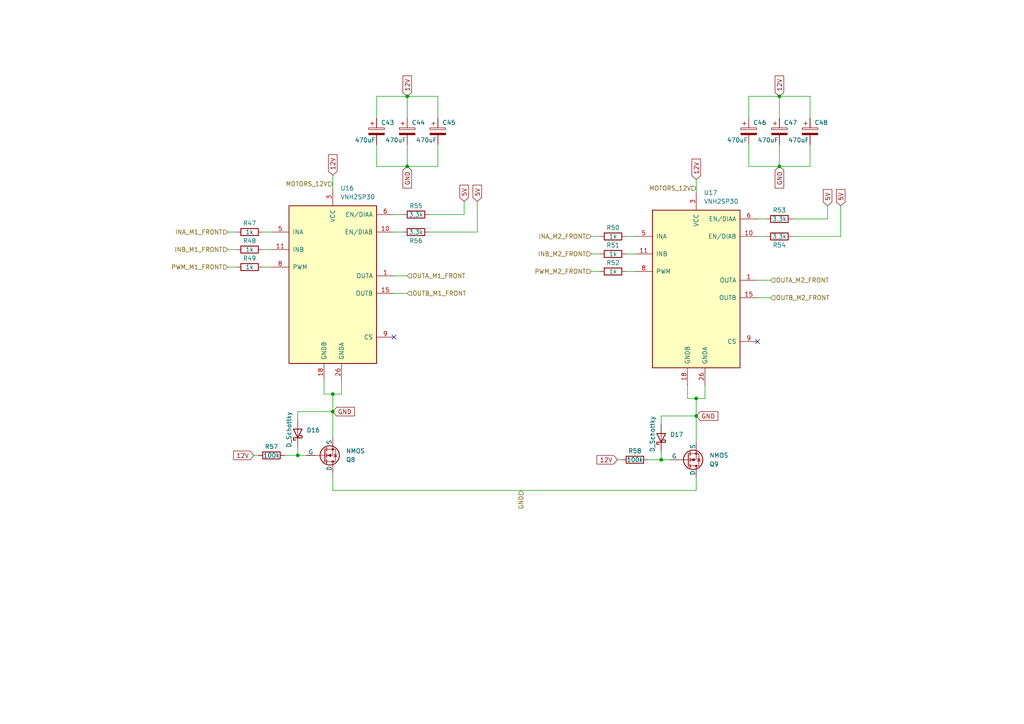
<source format=kicad_sch>
(kicad_sch (version 20230121) (generator eeschema)

  (uuid bda020f8-dcd3-42ed-9a75-dac9b63a3b83)

  (paper "A4")

  (title_block
    (rev "1")
  )

  (lib_symbols
    (symbol "Device:C_Polarized" (pin_numbers hide) (pin_names (offset 0.254)) (in_bom yes) (on_board yes)
      (property "Reference" "C" (at 0.635 2.54 0)
        (effects (font (size 1.27 1.27)) (justify left))
      )
      (property "Value" "C_Polarized" (at 0.635 -2.54 0)
        (effects (font (size 1.27 1.27)) (justify left))
      )
      (property "Footprint" "" (at 0.9652 -3.81 0)
        (effects (font (size 1.27 1.27)) hide)
      )
      (property "Datasheet" "~" (at 0 0 0)
        (effects (font (size 1.27 1.27)) hide)
      )
      (property "ki_keywords" "cap capacitor" (at 0 0 0)
        (effects (font (size 1.27 1.27)) hide)
      )
      (property "ki_description" "Polarized capacitor" (at 0 0 0)
        (effects (font (size 1.27 1.27)) hide)
      )
      (property "ki_fp_filters" "CP_*" (at 0 0 0)
        (effects (font (size 1.27 1.27)) hide)
      )
      (symbol "C_Polarized_0_1"
        (rectangle (start -2.286 0.508) (end 2.286 1.016)
          (stroke (width 0) (type default))
          (fill (type none))
        )
        (polyline
          (pts
            (xy -1.778 2.286)
            (xy -0.762 2.286)
          )
          (stroke (width 0) (type default))
          (fill (type none))
        )
        (polyline
          (pts
            (xy -1.27 2.794)
            (xy -1.27 1.778)
          )
          (stroke (width 0) (type default))
          (fill (type none))
        )
        (rectangle (start 2.286 -0.508) (end -2.286 -1.016)
          (stroke (width 0) (type default))
          (fill (type outline))
        )
      )
      (symbol "C_Polarized_1_1"
        (pin passive line (at 0 3.81 270) (length 2.794)
          (name "~" (effects (font (size 1.27 1.27))))
          (number "1" (effects (font (size 1.27 1.27))))
        )
        (pin passive line (at 0 -3.81 90) (length 2.794)
          (name "~" (effects (font (size 1.27 1.27))))
          (number "2" (effects (font (size 1.27 1.27))))
        )
      )
    )
    (symbol "Device:D_Schottky" (pin_numbers hide) (pin_names (offset 1.016) hide) (in_bom yes) (on_board yes)
      (property "Reference" "D" (at 0 2.54 0)
        (effects (font (size 1.27 1.27)))
      )
      (property "Value" "D_Schottky" (at 0 -2.54 0)
        (effects (font (size 1.27 1.27)))
      )
      (property "Footprint" "" (at 0 0 0)
        (effects (font (size 1.27 1.27)) hide)
      )
      (property "Datasheet" "~" (at 0 0 0)
        (effects (font (size 1.27 1.27)) hide)
      )
      (property "ki_keywords" "diode Schottky" (at 0 0 0)
        (effects (font (size 1.27 1.27)) hide)
      )
      (property "ki_description" "Schottky diode" (at 0 0 0)
        (effects (font (size 1.27 1.27)) hide)
      )
      (property "ki_fp_filters" "TO-???* *_Diode_* *SingleDiode* D_*" (at 0 0 0)
        (effects (font (size 1.27 1.27)) hide)
      )
      (symbol "D_Schottky_0_1"
        (polyline
          (pts
            (xy 1.27 0)
            (xy -1.27 0)
          )
          (stroke (width 0) (type default))
          (fill (type none))
        )
        (polyline
          (pts
            (xy 1.27 1.27)
            (xy 1.27 -1.27)
            (xy -1.27 0)
            (xy 1.27 1.27)
          )
          (stroke (width 0.254) (type default))
          (fill (type none))
        )
        (polyline
          (pts
            (xy -1.905 0.635)
            (xy -1.905 1.27)
            (xy -1.27 1.27)
            (xy -1.27 -1.27)
            (xy -0.635 -1.27)
            (xy -0.635 -0.635)
          )
          (stroke (width 0.254) (type default))
          (fill (type none))
        )
      )
      (symbol "D_Schottky_1_1"
        (pin passive line (at -3.81 0 0) (length 2.54)
          (name "K" (effects (font (size 1.27 1.27))))
          (number "1" (effects (font (size 1.27 1.27))))
        )
        (pin passive line (at 3.81 0 180) (length 2.54)
          (name "A" (effects (font (size 1.27 1.27))))
          (number "2" (effects (font (size 1.27 1.27))))
        )
      )
    )
    (symbol "Device:R" (pin_numbers hide) (pin_names (offset 0)) (in_bom yes) (on_board yes)
      (property "Reference" "R" (at 2.032 0 90)
        (effects (font (size 1.27 1.27)))
      )
      (property "Value" "R" (at 0 0 90)
        (effects (font (size 1.27 1.27)))
      )
      (property "Footprint" "" (at -1.778 0 90)
        (effects (font (size 1.27 1.27)) hide)
      )
      (property "Datasheet" "~" (at 0 0 0)
        (effects (font (size 1.27 1.27)) hide)
      )
      (property "ki_keywords" "R res resistor" (at 0 0 0)
        (effects (font (size 1.27 1.27)) hide)
      )
      (property "ki_description" "Resistor" (at 0 0 0)
        (effects (font (size 1.27 1.27)) hide)
      )
      (property "ki_fp_filters" "R_*" (at 0 0 0)
        (effects (font (size 1.27 1.27)) hide)
      )
      (symbol "R_0_1"
        (rectangle (start -1.016 -2.54) (end 1.016 2.54)
          (stroke (width 0.254) (type default))
          (fill (type none))
        )
      )
      (symbol "R_1_1"
        (pin passive line (at 0 3.81 270) (length 1.27)
          (name "~" (effects (font (size 1.27 1.27))))
          (number "1" (effects (font (size 1.27 1.27))))
        )
        (pin passive line (at 0 -3.81 90) (length 1.27)
          (name "~" (effects (font (size 1.27 1.27))))
          (number "2" (effects (font (size 1.27 1.27))))
        )
      )
    )
    (symbol "Driver_Motor:VNH2SP30" (pin_names (offset 1.016)) (in_bom yes) (on_board yes)
      (property "Reference" "U" (at -12.7 25.4 0)
        (effects (font (size 1.27 1.27)))
      )
      (property "Value" "VNH2SP30" (at 13.97 25.4 0)
        (effects (font (size 1.27 1.27)))
      )
      (property "Footprint" "Package_SO:ST_MultiPowerSO-30" (at 0 23.495 0)
        (effects (font (size 1.27 1.27)) hide)
      )
      (property "Datasheet" "http://www.st.com/content/ccc/resource/technical/document/datasheet/group2/66/b8/f5/2c/9a/66/41/c7/CD00043711/files/CD00043711.pdf/jcr:content/translations/en.CD00043711.pdf" (at -12.7 25.4 0)
        (effects (font (size 1.27 1.27)) hide)
      )
      (property "ki_keywords" "full-bridge h-bridge" (at 0 0 0)
        (effects (font (size 1.27 1.27)) hide)
      )
      (property "ki_description" "Full Bridge Motor Driver, 41V, 30A, -40 to 150C" (at 0 0 0)
        (effects (font (size 1.27 1.27)) hide)
      )
      (property "ki_fp_filters" "ST*MultiPowerSO*" (at 0 0 0)
        (effects (font (size 1.27 1.27)) hide)
      )
      (symbol "VNH2SP30_1_1"
        (rectangle (start -12.7 22.86) (end 12.7 -22.86)
          (stroke (width 0.254) (type default))
          (fill (type background))
        )
        (pin output line (at 17.78 2.54 180) (length 5.08)
          (name "OUTA" (effects (font (size 1.27 1.27))))
          (number "1" (effects (font (size 1.27 1.27))))
        )
        (pin output line (at 17.78 15.24 180) (length 5.08)
          (name "EN/DIAB" (effects (font (size 1.27 1.27))))
          (number "10" (effects (font (size 1.27 1.27))))
        )
        (pin input line (at -17.78 10.16 0) (length 5.08)
          (name "INB" (effects (font (size 1.27 1.27))))
          (number "11" (effects (font (size 1.27 1.27))))
        )
        (pin no_connect line (at -12.7 -7.62 0) (length 5.08) hide
          (name "NC" (effects (font (size 1.27 1.27))))
          (number "12" (effects (font (size 1.27 1.27))))
        )
        (pin passive line (at 0 27.94 270) (length 5.08) hide
          (name "VCC" (effects (font (size 1.27 1.27))))
          (number "13" (effects (font (size 1.27 1.27))))
        )
        (pin no_connect line (at -12.7 -10.16 0) (length 5.08) hide
          (name "NC" (effects (font (size 1.27 1.27))))
          (number "14" (effects (font (size 1.27 1.27))))
        )
        (pin output line (at 17.78 -2.54 180) (length 5.08)
          (name "OUTB" (effects (font (size 1.27 1.27))))
          (number "15" (effects (font (size 1.27 1.27))))
        )
        (pin passive line (at 17.78 -2.54 180) (length 5.08) hide
          (name "OUTB" (effects (font (size 1.27 1.27))))
          (number "16" (effects (font (size 1.27 1.27))))
        )
        (pin no_connect line (at -12.7 -20.32 0) (length 5.08) hide
          (name "NC" (effects (font (size 1.27 1.27))))
          (number "17" (effects (font (size 1.27 1.27))))
        )
        (pin power_in line (at -2.54 -27.94 90) (length 5.08)
          (name "GNDB" (effects (font (size 1.27 1.27))))
          (number "18" (effects (font (size 1.27 1.27))))
        )
        (pin passive line (at -2.54 -27.94 90) (length 5.08) hide
          (name "GNDB" (effects (font (size 1.27 1.27))))
          (number "19" (effects (font (size 1.27 1.27))))
        )
        (pin no_connect line (at -12.7 0 0) (length 5.08) hide
          (name "NC" (effects (font (size 1.27 1.27))))
          (number "2" (effects (font (size 1.27 1.27))))
        )
        (pin passive line (at -2.54 -27.94 90) (length 5.08) hide
          (name "GNDB" (effects (font (size 1.27 1.27))))
          (number "20" (effects (font (size 1.27 1.27))))
        )
        (pin passive line (at 17.78 -2.54 180) (length 5.08) hide
          (name "OUTB" (effects (font (size 1.27 1.27))))
          (number "21" (effects (font (size 1.27 1.27))))
        )
        (pin no_connect line (at -12.7 -17.78 0) (length 5.08) hide
          (name "NC" (effects (font (size 1.27 1.27))))
          (number "22" (effects (font (size 1.27 1.27))))
        )
        (pin passive line (at 0 27.94 270) (length 5.08) hide
          (name "VCC" (effects (font (size 1.27 1.27))))
          (number "23" (effects (font (size 1.27 1.27))))
        )
        (pin no_connect line (at -12.7 -15.24 0) (length 5.08) hide
          (name "NC" (effects (font (size 1.27 1.27))))
          (number "24" (effects (font (size 1.27 1.27))))
        )
        (pin passive line (at 17.78 2.54 180) (length 5.08) hide
          (name "OUTA" (effects (font (size 1.27 1.27))))
          (number "25" (effects (font (size 1.27 1.27))))
        )
        (pin power_in line (at 2.54 -27.94 90) (length 5.08)
          (name "GNDA" (effects (font (size 1.27 1.27))))
          (number "26" (effects (font (size 1.27 1.27))))
        )
        (pin passive line (at 2.54 -27.94 90) (length 5.08) hide
          (name "GNDA" (effects (font (size 1.27 1.27))))
          (number "27" (effects (font (size 1.27 1.27))))
        )
        (pin passive line (at 2.54 -27.94 90) (length 5.08) hide
          (name "GNDA" (effects (font (size 1.27 1.27))))
          (number "28" (effects (font (size 1.27 1.27))))
        )
        (pin no_connect line (at -12.7 -12.7 0) (length 5.08) hide
          (name "NC" (effects (font (size 1.27 1.27))))
          (number "29" (effects (font (size 1.27 1.27))))
        )
        (pin power_in line (at 0 27.94 270) (length 5.08)
          (name "VCC" (effects (font (size 1.27 1.27))))
          (number "3" (effects (font (size 1.27 1.27))))
        )
        (pin passive line (at 17.78 2.54 180) (length 5.08) hide
          (name "OUTA" (effects (font (size 1.27 1.27))))
          (number "30" (effects (font (size 1.27 1.27))))
        )
        (pin passive line (at 0 27.94 270) (length 5.08) hide
          (name "VCC" (effects (font (size 1.27 1.27))))
          (number "31" (effects (font (size 1.27 1.27))))
        )
        (pin passive line (at 17.78 -2.54 180) (length 5.08) hide
          (name "OUTB" (effects (font (size 1.27 1.27))))
          (number "32" (effects (font (size 1.27 1.27))))
        )
        (pin passive line (at 17.78 2.54 180) (length 5.08) hide
          (name "OUTA" (effects (font (size 1.27 1.27))))
          (number "33" (effects (font (size 1.27 1.27))))
        )
        (pin no_connect line (at -12.7 -2.54 0) (length 5.08) hide
          (name "NC" (effects (font (size 1.27 1.27))))
          (number "4" (effects (font (size 1.27 1.27))))
        )
        (pin input line (at -17.78 15.24 0) (length 5.08)
          (name "INA" (effects (font (size 1.27 1.27))))
          (number "5" (effects (font (size 1.27 1.27))))
        )
        (pin output line (at 17.78 20.32 180) (length 5.08)
          (name "EN/DIAA" (effects (font (size 1.27 1.27))))
          (number "6" (effects (font (size 1.27 1.27))))
        )
        (pin no_connect line (at -12.7 -5.08 0) (length 5.08) hide
          (name "NC" (effects (font (size 1.27 1.27))))
          (number "7" (effects (font (size 1.27 1.27))))
        )
        (pin input line (at -17.78 5.08 0) (length 5.08)
          (name "PWM" (effects (font (size 1.27 1.27))))
          (number "8" (effects (font (size 1.27 1.27))))
        )
        (pin output line (at 17.78 -15.24 180) (length 5.08)
          (name "CS" (effects (font (size 1.27 1.27))))
          (number "9" (effects (font (size 1.27 1.27))))
        )
      )
    )
    (symbol "Simulation_SPICE:NMOS" (pin_numbers hide) (pin_names (offset 0)) (in_bom yes) (on_board yes)
      (property "Reference" "Q" (at 5.08 1.27 0)
        (effects (font (size 1.27 1.27)) (justify left))
      )
      (property "Value" "NMOS" (at 5.08 -1.27 0)
        (effects (font (size 1.27 1.27)) (justify left))
      )
      (property "Footprint" "" (at 5.08 2.54 0)
        (effects (font (size 1.27 1.27)) hide)
      )
      (property "Datasheet" "https://ngspice.sourceforge.io/docs/ngspice-manual.pdf" (at 0 -12.7 0)
        (effects (font (size 1.27 1.27)) hide)
      )
      (property "Sim.Device" "NMOS" (at 0 -17.145 0)
        (effects (font (size 1.27 1.27)) hide)
      )
      (property "Sim.Type" "VDMOS" (at 0 -19.05 0)
        (effects (font (size 1.27 1.27)) hide)
      )
      (property "Sim.Pins" "1=D 2=G 3=S" (at 0 -15.24 0)
        (effects (font (size 1.27 1.27)) hide)
      )
      (property "ki_keywords" "transistor NMOS N-MOS N-MOSFET simulation" (at 0 0 0)
        (effects (font (size 1.27 1.27)) hide)
      )
      (property "ki_description" "N-MOSFET transistor, drain/source/gate" (at 0 0 0)
        (effects (font (size 1.27 1.27)) hide)
      )
      (symbol "NMOS_0_1"
        (polyline
          (pts
            (xy 0.254 0)
            (xy -2.54 0)
          )
          (stroke (width 0) (type default))
          (fill (type none))
        )
        (polyline
          (pts
            (xy 0.254 1.905)
            (xy 0.254 -1.905)
          )
          (stroke (width 0.254) (type default))
          (fill (type none))
        )
        (polyline
          (pts
            (xy 0.762 -1.27)
            (xy 0.762 -2.286)
          )
          (stroke (width 0.254) (type default))
          (fill (type none))
        )
        (polyline
          (pts
            (xy 0.762 0.508)
            (xy 0.762 -0.508)
          )
          (stroke (width 0.254) (type default))
          (fill (type none))
        )
        (polyline
          (pts
            (xy 0.762 2.286)
            (xy 0.762 1.27)
          )
          (stroke (width 0.254) (type default))
          (fill (type none))
        )
        (polyline
          (pts
            (xy 2.54 2.54)
            (xy 2.54 1.778)
          )
          (stroke (width 0) (type default))
          (fill (type none))
        )
        (polyline
          (pts
            (xy 2.54 -2.54)
            (xy 2.54 0)
            (xy 0.762 0)
          )
          (stroke (width 0) (type default))
          (fill (type none))
        )
        (polyline
          (pts
            (xy 0.762 -1.778)
            (xy 3.302 -1.778)
            (xy 3.302 1.778)
            (xy 0.762 1.778)
          )
          (stroke (width 0) (type default))
          (fill (type none))
        )
        (polyline
          (pts
            (xy 1.016 0)
            (xy 2.032 0.381)
            (xy 2.032 -0.381)
            (xy 1.016 0)
          )
          (stroke (width 0) (type default))
          (fill (type outline))
        )
        (polyline
          (pts
            (xy 2.794 0.508)
            (xy 2.921 0.381)
            (xy 3.683 0.381)
            (xy 3.81 0.254)
          )
          (stroke (width 0) (type default))
          (fill (type none))
        )
        (polyline
          (pts
            (xy 3.302 0.381)
            (xy 2.921 -0.254)
            (xy 3.683 -0.254)
            (xy 3.302 0.381)
          )
          (stroke (width 0) (type default))
          (fill (type none))
        )
        (circle (center 1.651 0) (radius 2.794)
          (stroke (width 0.254) (type default))
          (fill (type none))
        )
        (circle (center 2.54 -1.778) (radius 0.254)
          (stroke (width 0) (type default))
          (fill (type outline))
        )
        (circle (center 2.54 1.778) (radius 0.254)
          (stroke (width 0) (type default))
          (fill (type outline))
        )
      )
      (symbol "NMOS_1_1"
        (pin passive line (at 2.54 5.08 270) (length 2.54)
          (name "D" (effects (font (size 1.27 1.27))))
          (number "1" (effects (font (size 1.27 1.27))))
        )
        (pin input line (at -5.08 0 0) (length 2.54)
          (name "G" (effects (font (size 1.27 1.27))))
          (number "2" (effects (font (size 1.27 1.27))))
        )
        (pin passive line (at 2.54 -5.08 90) (length 2.54)
          (name "S" (effects (font (size 1.27 1.27))))
          (number "3" (effects (font (size 1.27 1.27))))
        )
      )
    )
  )

  (junction (at 118.11 27.94) (diameter 0) (color 0 0 0 0)
    (uuid 096e971c-870c-4a80-817c-7640be989f7b)
  )
  (junction (at 226.06 27.94) (diameter 0) (color 0 0 0 0)
    (uuid 12f3b86b-5b57-4cd7-8eb7-eeb735ad8d39)
  )
  (junction (at 226.06 48.26) (diameter 0) (color 0 0 0 0)
    (uuid 574d4760-ac58-4edb-9ab8-430156a16b6f)
  )
  (junction (at 118.11 48.26) (diameter 0) (color 0 0 0 0)
    (uuid a613d361-d138-4ca2-bffd-b76f047aa368)
  )
  (junction (at 96.52 114.3) (diameter 0) (color 0 0 0 0)
    (uuid b05d2009-4da9-4888-a369-6aae9b043002)
  )
  (junction (at 191.77 133.35) (diameter 0) (color 0 0 0 0)
    (uuid b48c534b-41b3-4c12-9238-18aacb3b35ae)
  )
  (junction (at 201.93 120.65) (diameter 0) (color 0 0 0 0)
    (uuid c73f4874-6ebc-46f8-b159-c1acb442a255)
  )
  (junction (at 86.36 132.08) (diameter 0) (color 0 0 0 0)
    (uuid d650e655-3fe6-48d2-b280-99d8e8a46d47)
  )
  (junction (at 96.52 119.38) (diameter 0) (color 0 0 0 0)
    (uuid d7b6273e-6edd-4bc7-826d-b914dc4d651b)
  )
  (junction (at 201.93 115.57) (diameter 0) (color 0 0 0 0)
    (uuid eca5db3f-afc7-4cee-8ff1-53d898c5b201)
  )

  (no_connect (at 114.3 97.79) (uuid 03564047-ab2b-4579-8aa0-ba3758923d6b))
  (no_connect (at 219.71 99.06) (uuid ef56b6eb-8963-4fa2-bfa2-0b0dc6b30961))

  (wire (pts (xy 124.46 67.31) (xy 138.43 67.31))
    (stroke (width 0) (type default))
    (uuid 069e94dc-e23f-4d49-bfaf-242229118914)
  )
  (wire (pts (xy 124.46 62.23) (xy 134.62 62.23))
    (stroke (width 0) (type default))
    (uuid 07905489-911d-4f9a-a9c1-7066bca8db2f)
  )
  (wire (pts (xy 109.22 34.29) (xy 109.22 27.94))
    (stroke (width 0) (type default))
    (uuid 0ec595c4-4a28-46ce-9dc1-29958fbdd29a)
  )
  (wire (pts (xy 127 48.26) (xy 127 41.91))
    (stroke (width 0) (type default))
    (uuid 138e4586-771e-440e-833b-26556d5fadcd)
  )
  (wire (pts (xy 181.61 73.66) (xy 184.15 73.66))
    (stroke (width 0) (type default))
    (uuid 18b5ada4-539e-46ab-bf32-b5095380660c)
  )
  (wire (pts (xy 118.11 41.91) (xy 118.11 48.26))
    (stroke (width 0) (type default))
    (uuid 1a985f22-bec5-4cb4-ba87-e30b3bbb37ee)
  )
  (wire (pts (xy 219.71 81.28) (xy 223.52 81.28))
    (stroke (width 0) (type default))
    (uuid 1dcd1b46-e10b-41ab-a347-3b174e82b761)
  )
  (wire (pts (xy 199.39 111.76) (xy 199.39 115.57))
    (stroke (width 0) (type default))
    (uuid 1e5fb412-f786-46af-86ea-5d27e7b70f49)
  )
  (wire (pts (xy 86.36 129.54) (xy 86.36 132.08))
    (stroke (width 0) (type default))
    (uuid 1ed1897e-504f-41a6-9880-12f596630440)
  )
  (wire (pts (xy 234.95 27.94) (xy 234.95 34.29))
    (stroke (width 0) (type default))
    (uuid 2437bf0a-5c09-48d5-993b-e301819edfc1)
  )
  (wire (pts (xy 96.52 119.38) (xy 86.36 119.38))
    (stroke (width 0) (type default))
    (uuid 28dbd935-d81f-4570-b426-e49b9122a009)
  )
  (wire (pts (xy 82.55 132.08) (xy 86.36 132.08))
    (stroke (width 0) (type default))
    (uuid 2e0e43ed-625e-4a2f-a896-04dddf874210)
  )
  (wire (pts (xy 96.52 114.3) (xy 99.06 114.3))
    (stroke (width 0) (type default))
    (uuid 34868dd7-1db0-41b8-bd88-c274c7c1a44c)
  )
  (wire (pts (xy 229.87 68.58) (xy 243.84 68.58))
    (stroke (width 0) (type default))
    (uuid 38977933-f2b4-4d60-bc5c-2c02316715c6)
  )
  (wire (pts (xy 229.87 63.5) (xy 240.03 63.5))
    (stroke (width 0) (type default))
    (uuid 3a640983-9f4c-45b6-b7df-c5e3b68f2923)
  )
  (wire (pts (xy 201.93 142.24) (xy 201.93 138.43))
    (stroke (width 0) (type default))
    (uuid 3af32219-5387-417d-a860-163bbd937f2f)
  )
  (wire (pts (xy 191.77 130.81) (xy 191.77 133.35))
    (stroke (width 0) (type default))
    (uuid 3e455671-4cf1-48f6-bc3d-711253a01bb5)
  )
  (wire (pts (xy 138.43 58.42) (xy 138.43 67.31))
    (stroke (width 0) (type default))
    (uuid 3f2d8c52-dbb5-4b4a-a519-6f1c28af9034)
  )
  (wire (pts (xy 217.17 48.26) (xy 226.06 48.26))
    (stroke (width 0) (type default))
    (uuid 3f6102d5-cb41-48b0-aa10-0ae2fc44f5db)
  )
  (wire (pts (xy 240.03 59.69) (xy 240.03 63.5))
    (stroke (width 0) (type default))
    (uuid 41ee58d6-0252-4b72-adc5-ef1e732cf2ac)
  )
  (wire (pts (xy 66.04 67.31) (xy 68.58 67.31))
    (stroke (width 0) (type default))
    (uuid 44624a14-56ff-4c91-9269-7ec181528157)
  )
  (wire (pts (xy 86.36 132.08) (xy 88.9 132.08))
    (stroke (width 0) (type default))
    (uuid 45378a6d-20a4-4c87-85c3-4f7541b1b28b)
  )
  (wire (pts (xy 76.2 72.39) (xy 78.74 72.39))
    (stroke (width 0) (type default))
    (uuid 4a020d99-7678-4eb9-a242-0b9620076de4)
  )
  (wire (pts (xy 234.95 48.26) (xy 234.95 41.91))
    (stroke (width 0) (type default))
    (uuid 4d0a8024-a3b9-4aba-a481-b7381c2e82a2)
  )
  (wire (pts (xy 66.04 72.39) (xy 68.58 72.39))
    (stroke (width 0) (type default))
    (uuid 4e26ab40-f622-44c8-b3b4-579c0db81fc8)
  )
  (wire (pts (xy 96.52 127) (xy 96.52 119.38))
    (stroke (width 0) (type default))
    (uuid 54d5f502-082a-4bae-a8d6-e5a0d6565754)
  )
  (wire (pts (xy 201.93 115.57) (xy 201.93 120.65))
    (stroke (width 0) (type default))
    (uuid 596833da-7e3a-4e14-9bd5-824d1f715e48)
  )
  (wire (pts (xy 96.52 50.8) (xy 96.52 54.61))
    (stroke (width 0) (type default))
    (uuid 5b83a643-b0a7-4eac-a9b2-de574bbbd3e4)
  )
  (wire (pts (xy 219.71 86.36) (xy 223.52 86.36))
    (stroke (width 0) (type default))
    (uuid 6320559e-a1e1-416a-aac4-b8f86424a2a7)
  )
  (wire (pts (xy 76.2 67.31) (xy 78.74 67.31))
    (stroke (width 0) (type default))
    (uuid 6336fd56-bfab-4e58-9de2-b29c66972393)
  )
  (wire (pts (xy 181.61 78.74) (xy 184.15 78.74))
    (stroke (width 0) (type default))
    (uuid 64da0e82-c905-48a9-a72a-1fbcb7ec636b)
  )
  (wire (pts (xy 219.71 68.58) (xy 222.25 68.58))
    (stroke (width 0) (type default))
    (uuid 68296b0f-59f7-42d3-8632-617cfc4f12b9)
  )
  (wire (pts (xy 114.3 62.23) (xy 116.84 62.23))
    (stroke (width 0) (type default))
    (uuid 68d96086-6564-495f-ba8b-cf7f0605b528)
  )
  (wire (pts (xy 191.77 120.65) (xy 191.77 123.19))
    (stroke (width 0) (type default))
    (uuid 69110f32-52fd-42b1-87fe-9a48eecbbbc5)
  )
  (wire (pts (xy 127 27.94) (xy 127 34.29))
    (stroke (width 0) (type default))
    (uuid 692ac25a-5eda-4efc-80d1-5bb6025e9007)
  )
  (wire (pts (xy 66.04 77.47) (xy 68.58 77.47))
    (stroke (width 0) (type default))
    (uuid 6b8e30b5-31c9-43bf-867f-472f49794973)
  )
  (wire (pts (xy 99.06 114.3) (xy 99.06 110.49))
    (stroke (width 0) (type default))
    (uuid 6c763d0d-2a22-4431-8058-a209a2d867a6)
  )
  (wire (pts (xy 134.62 58.42) (xy 134.62 62.23))
    (stroke (width 0) (type default))
    (uuid 6c7741c2-c878-4534-94ba-b5b196706524)
  )
  (wire (pts (xy 181.61 68.58) (xy 184.15 68.58))
    (stroke (width 0) (type default))
    (uuid 6d629778-bf60-4e53-bc19-37aab170ca1d)
  )
  (wire (pts (xy 86.36 119.38) (xy 86.36 121.92))
    (stroke (width 0) (type default))
    (uuid 6f49b9c8-2175-47fa-8c64-eeec00fc287b)
  )
  (wire (pts (xy 93.98 110.49) (xy 93.98 114.3))
    (stroke (width 0) (type default))
    (uuid 71b5d730-686c-42db-9833-eaa8501e4e2b)
  )
  (wire (pts (xy 109.22 48.26) (xy 118.11 48.26))
    (stroke (width 0) (type default))
    (uuid 7602d3b7-6938-49f4-ae86-cad45f60f0e5)
  )
  (wire (pts (xy 217.17 41.91) (xy 217.17 48.26))
    (stroke (width 0) (type default))
    (uuid 77a28515-734d-45ec-9143-162c15777fe8)
  )
  (wire (pts (xy 114.3 80.01) (xy 118.11 80.01))
    (stroke (width 0) (type default))
    (uuid 78a68a71-d989-4bbf-a7d9-b6af54b60e88)
  )
  (wire (pts (xy 204.47 115.57) (xy 204.47 111.76))
    (stroke (width 0) (type default))
    (uuid 78fd7912-22d8-46b2-8071-b0203f4800ae)
  )
  (wire (pts (xy 226.06 48.26) (xy 234.95 48.26))
    (stroke (width 0) (type default))
    (uuid 7a812ddd-951f-4312-89da-8c9bba536df7)
  )
  (wire (pts (xy 219.71 63.5) (xy 222.25 63.5))
    (stroke (width 0) (type default))
    (uuid 83a311e7-0fac-476c-92f4-d5d6d5697971)
  )
  (wire (pts (xy 226.06 27.94) (xy 234.95 27.94))
    (stroke (width 0) (type default))
    (uuid 8b090f39-391a-4a35-8d46-340eda9162b3)
  )
  (wire (pts (xy 201.93 120.65) (xy 191.77 120.65))
    (stroke (width 0) (type default))
    (uuid 955b837f-b2f4-46b6-a07a-de687af4b54c)
  )
  (wire (pts (xy 191.77 133.35) (xy 194.31 133.35))
    (stroke (width 0) (type default))
    (uuid 9b7dce8a-b03e-4bd9-b28e-bc77ed13a360)
  )
  (wire (pts (xy 217.17 34.29) (xy 217.17 27.94))
    (stroke (width 0) (type default))
    (uuid a065da58-6f2e-4c2a-8ba0-7dfdcc66e67b)
  )
  (wire (pts (xy 114.3 67.31) (xy 116.84 67.31))
    (stroke (width 0) (type default))
    (uuid a44eb1ad-6316-44f1-a693-3734dd4e9c39)
  )
  (wire (pts (xy 171.45 78.74) (xy 173.99 78.74))
    (stroke (width 0) (type default))
    (uuid a4d32b0c-fae4-419f-b77e-405f5680792b)
  )
  (wire (pts (xy 73.66 132.08) (xy 74.93 132.08))
    (stroke (width 0) (type default))
    (uuid a70071a2-c910-4ba9-a690-a065a5d6159c)
  )
  (wire (pts (xy 171.45 73.66) (xy 173.99 73.66))
    (stroke (width 0) (type default))
    (uuid a965046f-0342-4731-b3ca-4210dd6affb4)
  )
  (wire (pts (xy 109.22 27.94) (xy 118.11 27.94))
    (stroke (width 0) (type default))
    (uuid aaf3363c-b662-4d38-8013-24f340aaf047)
  )
  (wire (pts (xy 201.93 128.27) (xy 201.93 120.65))
    (stroke (width 0) (type default))
    (uuid acae78c1-007b-4206-a77c-75e2bd1ad140)
  )
  (wire (pts (xy 217.17 27.94) (xy 226.06 27.94))
    (stroke (width 0) (type default))
    (uuid ada9e2cf-bc29-482b-8e4a-ad83e0f85de6)
  )
  (wire (pts (xy 201.93 115.57) (xy 204.47 115.57))
    (stroke (width 0) (type default))
    (uuid b1678f8e-cc4c-4e85-852c-2bf25fbc469d)
  )
  (wire (pts (xy 114.3 85.09) (xy 118.11 85.09))
    (stroke (width 0) (type default))
    (uuid b3675b64-07f1-48c8-8cd0-b0a17e3c49e9)
  )
  (wire (pts (xy 96.52 137.16) (xy 96.52 142.24))
    (stroke (width 0) (type default))
    (uuid ba4073a1-afdb-4114-bcd6-cf625bc780f4)
  )
  (wire (pts (xy 179.07 133.35) (xy 180.34 133.35))
    (stroke (width 0) (type default))
    (uuid ba831936-43f6-4b45-82a4-fc84b9df1d14)
  )
  (wire (pts (xy 187.96 133.35) (xy 191.77 133.35))
    (stroke (width 0) (type default))
    (uuid c1898a62-589b-4be3-94fa-839d1b1e7139)
  )
  (wire (pts (xy 96.52 142.24) (xy 201.93 142.24))
    (stroke (width 0) (type default))
    (uuid c9563125-7e89-43e2-b7a7-68abe8e8cbc2)
  )
  (wire (pts (xy 76.2 77.47) (xy 78.74 77.47))
    (stroke (width 0) (type default))
    (uuid d077dd86-22be-4216-b4bc-e541d5204535)
  )
  (wire (pts (xy 201.93 52.07) (xy 201.93 55.88))
    (stroke (width 0) (type default))
    (uuid d410ddfa-ba26-4657-bdf6-3b35fd6fd8c2)
  )
  (wire (pts (xy 109.22 41.91) (xy 109.22 48.26))
    (stroke (width 0) (type default))
    (uuid d6ba0717-d048-4af4-b224-8604b394cce7)
  )
  (wire (pts (xy 226.06 27.94) (xy 226.06 34.29))
    (stroke (width 0) (type default))
    (uuid db4c4de7-7bdf-4e74-aa30-039516d4cfe5)
  )
  (wire (pts (xy 226.06 41.91) (xy 226.06 48.26))
    (stroke (width 0) (type default))
    (uuid def4c066-cdcd-4c1c-80f6-c6a9ea1f5f2d)
  )
  (wire (pts (xy 118.11 27.94) (xy 127 27.94))
    (stroke (width 0) (type default))
    (uuid e0e8deb3-c72b-4676-bce1-41ff0265060e)
  )
  (wire (pts (xy 171.45 68.58) (xy 173.99 68.58))
    (stroke (width 0) (type default))
    (uuid e2e7c07f-4413-4509-8d3e-2747811698ca)
  )
  (wire (pts (xy 243.84 59.69) (xy 243.84 68.58))
    (stroke (width 0) (type default))
    (uuid e58a34c1-e9c2-424a-91a3-182a78199039)
  )
  (wire (pts (xy 199.39 115.57) (xy 201.93 115.57))
    (stroke (width 0) (type default))
    (uuid e826a6fc-4f0c-40e5-ab55-55e875413b29)
  )
  (wire (pts (xy 93.98 114.3) (xy 96.52 114.3))
    (stroke (width 0) (type default))
    (uuid e974a7c8-da44-44c2-aefc-e46c2cd7296a)
  )
  (wire (pts (xy 118.11 48.26) (xy 127 48.26))
    (stroke (width 0) (type default))
    (uuid ece8ad1b-74be-4068-b62d-ac06f94c049a)
  )
  (wire (pts (xy 118.11 27.94) (xy 118.11 34.29))
    (stroke (width 0) (type default))
    (uuid f13c1464-14c0-4f5a-8a2e-2e58b39cf72b)
  )
  (wire (pts (xy 96.52 114.3) (xy 96.52 119.38))
    (stroke (width 0) (type default))
    (uuid f213f112-4f4d-4dd3-921f-feaeb41286b8)
  )

  (global_label "5V" (shape input) (at 138.43 58.42 90) (fields_autoplaced)
    (effects (font (size 1.27 1.27)) (justify left))
    (uuid 031a165a-f1c1-4921-8fcf-be0399cba628)
    (property "Intersheetrefs" "${INTERSHEET_REFS}" (at 138.43 53.1367 90)
      (effects (font (size 1.27 1.27)) (justify left) hide)
    )
  )
  (global_label "GND" (shape input) (at 96.52 119.38 0) (fields_autoplaced)
    (effects (font (size 1.27 1.27)) (justify left))
    (uuid 094a7d6c-b1b5-45b9-84b6-14475d5f7782)
    (property "Intersheetrefs" "${INTERSHEET_REFS}" (at 103.3757 119.38 0)
      (effects (font (size 1.27 1.27)) (justify left) hide)
    )
  )
  (global_label "5V" (shape input) (at 134.62 58.42 90) (fields_autoplaced)
    (effects (font (size 1.27 1.27)) (justify left))
    (uuid 0f8b4b6b-ada5-48b2-a3e5-4adcbe4d36e7)
    (property "Intersheetrefs" "${INTERSHEET_REFS}" (at 134.62 53.1367 90)
      (effects (font (size 1.27 1.27)) (justify left) hide)
    )
  )
  (global_label "12V" (shape input) (at 118.11 27.94 90) (fields_autoplaced)
    (effects (font (size 1.27 1.27)) (justify left))
    (uuid 1cf14f81-8da4-4eab-9071-844954fef82f)
    (property "Intersheetrefs" "${INTERSHEET_REFS}" (at 118.11 21.4472 90)
      (effects (font (size 1.27 1.27)) (justify left) hide)
    )
  )
  (global_label "12V" (shape input) (at 226.06 27.94 90) (fields_autoplaced)
    (effects (font (size 1.27 1.27)) (justify left))
    (uuid 1ec63ce0-6202-456f-92b8-fc9a29c7a9bd)
    (property "Intersheetrefs" "${INTERSHEET_REFS}" (at 226.06 21.4472 90)
      (effects (font (size 1.27 1.27)) (justify left) hide)
    )
  )
  (global_label "12V" (shape input) (at 96.52 50.8 90) (fields_autoplaced)
    (effects (font (size 1.27 1.27)) (justify left))
    (uuid 4cecedc2-3e39-41cd-ab4d-7e8e491dbf4b)
    (property "Intersheetrefs" "${INTERSHEET_REFS}" (at 96.52 44.3072 90)
      (effects (font (size 1.27 1.27)) (justify left) hide)
    )
  )
  (global_label "GND" (shape input) (at 118.11 48.26 270) (fields_autoplaced)
    (effects (font (size 1.27 1.27)) (justify right))
    (uuid 574a9d1a-9303-46b0-b8b0-ba554e6b89bd)
    (property "Intersheetrefs" "${INTERSHEET_REFS}" (at 118.11 55.1157 90)
      (effects (font (size 1.27 1.27)) (justify right) hide)
    )
  )
  (global_label "12V" (shape input) (at 73.66 132.08 180) (fields_autoplaced)
    (effects (font (size 1.27 1.27)) (justify right))
    (uuid 5acdaffb-2bd0-4cdb-83cd-d310e6a87ce3)
    (property "Intersheetrefs" "${INTERSHEET_REFS}" (at 67.1672 132.08 0)
      (effects (font (size 1.27 1.27)) (justify right) hide)
    )
  )
  (global_label "5V" (shape input) (at 243.84 59.69 90) (fields_autoplaced)
    (effects (font (size 1.27 1.27)) (justify left))
    (uuid 776e4786-3a25-41e3-ad1e-c26e79544e0e)
    (property "Intersheetrefs" "${INTERSHEET_REFS}" (at 243.84 54.4067 90)
      (effects (font (size 1.27 1.27)) (justify left) hide)
    )
  )
  (global_label "GND" (shape input) (at 201.93 120.65 0) (fields_autoplaced)
    (effects (font (size 1.27 1.27)) (justify left))
    (uuid 8dbce899-0118-49b0-a73c-ee95f2e70c68)
    (property "Intersheetrefs" "${INTERSHEET_REFS}" (at 208.7857 120.65 0)
      (effects (font (size 1.27 1.27)) (justify left) hide)
    )
  )
  (global_label "GND" (shape input) (at 226.06 48.26 270) (fields_autoplaced)
    (effects (font (size 1.27 1.27)) (justify right))
    (uuid b806c882-2cdb-4e17-b9ea-22a674b21125)
    (property "Intersheetrefs" "${INTERSHEET_REFS}" (at 226.06 55.1157 90)
      (effects (font (size 1.27 1.27)) (justify right) hide)
    )
  )
  (global_label "5V" (shape input) (at 240.03 59.69 90) (fields_autoplaced)
    (effects (font (size 1.27 1.27)) (justify left))
    (uuid bd3758b6-9ee2-490d-b073-524880ea8580)
    (property "Intersheetrefs" "${INTERSHEET_REFS}" (at 240.03 54.4067 90)
      (effects (font (size 1.27 1.27)) (justify left) hide)
    )
  )
  (global_label "12V" (shape input) (at 179.07 133.35 180) (fields_autoplaced)
    (effects (font (size 1.27 1.27)) (justify right))
    (uuid cc91f43a-d365-4e29-ad9e-37a785cd72e8)
    (property "Intersheetrefs" "${INTERSHEET_REFS}" (at 172.5772 133.35 0)
      (effects (font (size 1.27 1.27)) (justify right) hide)
    )
  )
  (global_label "12V" (shape input) (at 201.93 52.07 90) (fields_autoplaced)
    (effects (font (size 1.27 1.27)) (justify left))
    (uuid e504944b-822b-4dca-9349-37e4840c88ed)
    (property "Intersheetrefs" "${INTERSHEET_REFS}" (at 201.93 45.5772 90)
      (effects (font (size 1.27 1.27)) (justify left) hide)
    )
  )

  (hierarchical_label "MOTORS_12V" (shape input) (at 201.93 54.61 180) (fields_autoplaced)
    (effects (font (size 1.27 1.27)) (justify right))
    (uuid 0a4eeb98-2521-4b60-8940-1a585034997f)
  )
  (hierarchical_label "INB_M2_FRONT" (shape input) (at 171.45 73.66 180) (fields_autoplaced)
    (effects (font (size 1.27 1.27)) (justify right))
    (uuid 2120f910-bd97-4a2d-8282-bceef85c8b80)
  )
  (hierarchical_label "OUTB_M1_FRONT" (shape input) (at 118.11 85.09 0) (fields_autoplaced)
    (effects (font (size 1.27 1.27)) (justify left))
    (uuid 257b7bbf-af6b-4542-a4ae-8eb71d6691a6)
  )
  (hierarchical_label "PWM_M2_FRONT" (shape input) (at 171.45 78.74 180) (fields_autoplaced)
    (effects (font (size 1.27 1.27)) (justify right))
    (uuid 2c601fdf-db4b-4de8-b1ad-e3ca7a2f9e36)
  )
  (hierarchical_label "GND" (shape input) (at 151.13 142.24 270) (fields_autoplaced)
    (effects (font (size 1.27 1.27)) (justify right))
    (uuid 354aa242-fa33-4569-94be-921dfefd2f61)
  )
  (hierarchical_label "PWM_M1_FRONT" (shape input) (at 66.04 77.47 180) (fields_autoplaced)
    (effects (font (size 1.27 1.27)) (justify right))
    (uuid 3649beb1-1865-4718-a75a-75c06f6c8655)
  )
  (hierarchical_label "OUTB_M2_FRONT" (shape input) (at 223.52 86.36 0) (fields_autoplaced)
    (effects (font (size 1.27 1.27)) (justify left))
    (uuid 458bf6c8-a06a-4b34-9daa-3cd5e245fb20)
  )
  (hierarchical_label "OUTA_M1_FRONT" (shape input) (at 118.11 80.01 0) (fields_autoplaced)
    (effects (font (size 1.27 1.27)) (justify left))
    (uuid 6f455fbe-7875-4761-af37-8b8ba28794e5)
  )
  (hierarchical_label "INA_M2_FRONT" (shape input) (at 171.45 68.58 180) (fields_autoplaced)
    (effects (font (size 1.27 1.27)) (justify right))
    (uuid 93d1b614-cecc-4bde-b891-bd44cba60c03)
  )
  (hierarchical_label "INB_M1_FRONT" (shape input) (at 66.04 72.39 180) (fields_autoplaced)
    (effects (font (size 1.27 1.27)) (justify right))
    (uuid b7bbd342-1440-4085-8552-f878477ba88f)
  )
  (hierarchical_label "OUTA_M2_FRONT" (shape input) (at 223.52 81.28 0) (fields_autoplaced)
    (effects (font (size 1.27 1.27)) (justify left))
    (uuid c045b974-0b4e-43fc-89bd-5bc229c94c89)
  )
  (hierarchical_label "INA_M1_FRONT" (shape input) (at 66.04 67.31 180) (fields_autoplaced)
    (effects (font (size 1.27 1.27)) (justify right))
    (uuid c3192fef-d9dd-4d34-bb3e-bbbc606cee8d)
  )
  (hierarchical_label "MOTORS_12V" (shape input) (at 96.52 53.34 180) (fields_autoplaced)
    (effects (font (size 1.27 1.27)) (justify right))
    (uuid dc381ae3-7782-486b-8729-130966f0d44f)
  )

  (symbol (lib_id "Driver_Motor:VNH2SP30") (at 201.93 83.82 0) (unit 1)
    (in_bom yes) (on_board yes) (dnp no) (fields_autoplaced)
    (uuid 0b4c1848-9f74-45f2-b450-d4cddb79ceff)
    (property "Reference" "U17" (at 204.1241 55.88 0)
      (effects (font (size 1.27 1.27)) (justify left))
    )
    (property "Value" "VNH2SP30" (at 204.1241 58.42 0)
      (effects (font (size 1.27 1.27)) (justify left))
    )
    (property "Footprint" "Package_SO:ST_MultiPowerSO-30" (at 201.93 60.325 0)
      (effects (font (size 1.27 1.27)) hide)
    )
    (property "Datasheet" "http://www.st.com/content/ccc/resource/technical/document/datasheet/group2/66/b8/f5/2c/9a/66/41/c7/CD00043711/files/CD00043711.pdf/jcr:content/translations/en.CD00043711.pdf" (at 189.23 58.42 0)
      (effects (font (size 1.27 1.27)) hide)
    )
    (pin "1" (uuid 6095e5b3-c1f7-4378-97dd-b65691437fc5))
    (pin "10" (uuid dd823370-1e55-4926-bc01-251f921ba437))
    (pin "11" (uuid a25c2e0a-c7d7-4042-91d1-51e7b3542e17))
    (pin "12" (uuid b35c4c72-81e8-433d-aa45-6575d3f94aeb))
    (pin "13" (uuid 383fad76-b5c1-46c4-b0b0-2f16f74c44e9))
    (pin "14" (uuid e1cfc867-b999-40cd-b5be-8155c0e78c4d))
    (pin "15" (uuid 2737f9ea-c90a-4361-9aae-0f951efb2e40))
    (pin "16" (uuid e3b665fb-9898-40f2-94d3-adf896c548f8))
    (pin "17" (uuid 9568b28c-9601-42c3-994e-3f18fe213e7d))
    (pin "18" (uuid dd3c5b22-283e-44fb-8c55-e537245986c4))
    (pin "19" (uuid 62173eb4-f99d-4ec2-a335-0d9dbd330d6b))
    (pin "2" (uuid 2cbac48f-8316-47f8-9de6-437209c04756))
    (pin "20" (uuid 45454f2a-110a-4d27-b07d-0f4e12383917))
    (pin "21" (uuid 9d478ffe-48ef-4a37-9d73-d16f10329a34))
    (pin "22" (uuid d4c02770-d832-4d2c-8e00-3505a8bb96df))
    (pin "23" (uuid 320e4eda-29b8-4860-9941-fa0e10135a90))
    (pin "24" (uuid 3cf0a2fc-f128-429f-b75e-6c391b3a4cfd))
    (pin "25" (uuid 73fce451-a163-4e10-8a2a-d667323ef726))
    (pin "26" (uuid 9c9ac33c-912d-4d38-8f53-e9ed90eb9ebc))
    (pin "27" (uuid 1c6f880e-016d-4d72-9915-d466e2a5bb27))
    (pin "28" (uuid f51fa824-cc17-431a-857f-abe0e05eafd8))
    (pin "29" (uuid 9aa01127-fb90-4213-bb20-a9f113b7a48a))
    (pin "3" (uuid 36bfe7d0-593a-4a79-8b01-ce5a994d2a46))
    (pin "30" (uuid 0fff0217-f8c2-47aa-8f0e-17aaacc81d22))
    (pin "31" (uuid 1c4509d9-76cf-4ebd-a1a5-3826f5f0c93b))
    (pin "32" (uuid 8a44d4ce-213d-4738-a15a-954bcd81a911))
    (pin "33" (uuid 266d1a4e-40e7-495a-9c0a-1e63f7ed112a))
    (pin "4" (uuid c1889214-54b8-4d85-84ae-a193b704bca4))
    (pin "5" (uuid 914434de-1fad-410a-8368-3cf98ca112e5))
    (pin "6" (uuid 0042a7f4-cf7d-47f3-b1c8-9c6ffa4434e5))
    (pin "7" (uuid 92562f51-6939-427c-9a7c-e0210382dcfb))
    (pin "8" (uuid 1a4d476c-04ef-4fcc-94f6-9319bb78d908))
    (pin "9" (uuid 982837c9-5d80-4247-9071-8300705c7384))
    (instances
      (project "fred_v3"
        (path "/210292b2-d6ba-424c-bd40-e4a2be18eb8d/b54a5b77-6097-4562-9836-27b2c01ae506"
          (reference "U17") (unit 1)
        )
        (path "/210292b2-d6ba-424c-bd40-e4a2be18eb8d/b54a5b77-6097-4562-9836-27b2c01ae506/1f51abab-264b-467c-bacd-a2396a60d8b6"
          (reference "U17") (unit 1)
        )
      )
    )
  )

  (symbol (lib_id "Device:C_Polarized") (at 109.22 38.1 0) (unit 1)
    (in_bom yes) (on_board yes) (dnp no)
    (uuid 1c38af75-9831-4d41-8296-76683f26123d)
    (property "Reference" "C43" (at 110.49 35.56 0)
      (effects (font (size 1.27 1.27)) (justify left))
    )
    (property "Value" "470uF" (at 102.87 40.64 0)
      (effects (font (size 1.27 1.27)) (justify left))
    )
    (property "Footprint" "Capacitor_SMD:C_0603_1608Metric_Pad1.08x0.95mm_HandSolder" (at 110.1852 41.91 0)
      (effects (font (size 1.27 1.27)) hide)
    )
    (property "Datasheet" "~" (at 109.22 38.1 0)
      (effects (font (size 1.27 1.27)) hide)
    )
    (pin "1" (uuid 91f53c15-bd1a-4341-b51c-5208f033ddc7))
    (pin "2" (uuid d34d668c-53f9-4fc3-844a-9dbe3de4a02f))
    (instances
      (project "fred_v3"
        (path "/210292b2-d6ba-424c-bd40-e4a2be18eb8d/b54a5b77-6097-4562-9836-27b2c01ae506/1f51abab-264b-467c-bacd-a2396a60d8b6"
          (reference "C43") (unit 1)
        )
      )
    )
  )

  (symbol (lib_id "Device:R") (at 226.06 63.5 270) (unit 1)
    (in_bom yes) (on_board yes) (dnp no)
    (uuid 1f9068de-1454-4865-9e89-213c0adee789)
    (property "Reference" "R53" (at 226.06 60.96 90)
      (effects (font (size 1.27 1.27)))
    )
    (property "Value" "3,3k" (at 226.06 63.5 90)
      (effects (font (size 1.27 1.27)))
    )
    (property "Footprint" "Resistor_SMD:R_0603_1608Metric_Pad0.98x0.95mm_HandSolder" (at 226.06 61.722 90)
      (effects (font (size 1.27 1.27)) hide)
    )
    (property "Datasheet" "~" (at 226.06 63.5 0)
      (effects (font (size 1.27 1.27)) hide)
    )
    (pin "1" (uuid 7ddcd0ed-c07b-4da5-825a-6540674f68da))
    (pin "2" (uuid 6dc4ac80-e63d-44d0-81d7-ca0c7957c394))
    (instances
      (project "fred_v3"
        (path "/210292b2-d6ba-424c-bd40-e4a2be18eb8d/b54a5b77-6097-4562-9836-27b2c01ae506/1f51abab-264b-467c-bacd-a2396a60d8b6"
          (reference "R53") (unit 1)
        )
      )
    )
  )

  (symbol (lib_id "Simulation_SPICE:NMOS") (at 199.39 133.35 0) (mirror x) (unit 1)
    (in_bom yes) (on_board yes) (dnp no)
    (uuid 316dfaf2-2dfb-4175-b0e0-91aece30f090)
    (property "Reference" "Q9" (at 205.74 134.62 0)
      (effects (font (size 1.27 1.27)) (justify left))
    )
    (property "Value" "NMOS" (at 205.74 132.08 0)
      (effects (font (size 1.27 1.27)) (justify left))
    )
    (property "Footprint" "Package_TO_SOT_SMD:TO-252-2" (at 204.47 135.89 0)
      (effects (font (size 1.27 1.27)) hide)
    )
    (property "Datasheet" "https://ngspice.sourceforge.io/docs/ngspice-manual.pdf" (at 199.39 120.65 0)
      (effects (font (size 1.27 1.27)) hide)
    )
    (property "Sim.Device" "NMOS" (at 199.39 116.205 0)
      (effects (font (size 1.27 1.27)) hide)
    )
    (property "Sim.Type" "VDMOS" (at 199.39 114.3 0)
      (effects (font (size 1.27 1.27)) hide)
    )
    (property "Sim.Pins" "1=D 2=G 3=S" (at 199.39 118.11 0)
      (effects (font (size 1.27 1.27)) hide)
    )
    (pin "1" (uuid c18e7611-3ec8-44ca-ae49-7b7263095e58))
    (pin "2" (uuid fd9bd1b1-e439-4784-8daf-c125eea892d7))
    (pin "3" (uuid 515229d7-36f3-4493-9c37-961feede05ec))
    (instances
      (project "fred_v3"
        (path "/210292b2-d6ba-424c-bd40-e4a2be18eb8d/b54a5b77-6097-4562-9836-27b2c01ae506/1f51abab-264b-467c-bacd-a2396a60d8b6"
          (reference "Q9") (unit 1)
        )
      )
    )
  )

  (symbol (lib_id "Device:R") (at 72.39 72.39 270) (unit 1)
    (in_bom yes) (on_board yes) (dnp no)
    (uuid 347cc5a8-0f04-4718-87bc-9671d80588ca)
    (property "Reference" "R48" (at 72.39 69.85 90)
      (effects (font (size 1.27 1.27)))
    )
    (property "Value" "1k" (at 72.39 72.39 90)
      (effects (font (size 1.27 1.27)))
    )
    (property "Footprint" "Resistor_SMD:R_0603_1608Metric_Pad0.98x0.95mm_HandSolder" (at 72.39 70.612 90)
      (effects (font (size 1.27 1.27)) hide)
    )
    (property "Datasheet" "~" (at 72.39 72.39 0)
      (effects (font (size 1.27 1.27)) hide)
    )
    (pin "1" (uuid 0fe1e7b1-1b0d-4497-a5ce-30ec4e0e82a6))
    (pin "2" (uuid 39f0946a-c5e4-4752-b5e3-efbbcdb11e60))
    (instances
      (project "fred_v3"
        (path "/210292b2-d6ba-424c-bd40-e4a2be18eb8d/b54a5b77-6097-4562-9836-27b2c01ae506/1f51abab-264b-467c-bacd-a2396a60d8b6"
          (reference "R48") (unit 1)
        )
      )
    )
  )

  (symbol (lib_id "Device:C_Polarized") (at 118.11 38.1 0) (unit 1)
    (in_bom yes) (on_board yes) (dnp no)
    (uuid 3858810b-5a6f-427e-8c52-8deac5d55151)
    (property "Reference" "C44" (at 119.38 35.56 0)
      (effects (font (size 1.27 1.27)) (justify left))
    )
    (property "Value" "470uF" (at 111.76 40.64 0)
      (effects (font (size 1.27 1.27)) (justify left))
    )
    (property "Footprint" "Capacitor_SMD:C_0603_1608Metric_Pad1.08x0.95mm_HandSolder" (at 119.0752 41.91 0)
      (effects (font (size 1.27 1.27)) hide)
    )
    (property "Datasheet" "~" (at 118.11 38.1 0)
      (effects (font (size 1.27 1.27)) hide)
    )
    (pin "1" (uuid 162cd8f1-e971-4002-8fa8-f3e40c568b74))
    (pin "2" (uuid 0e153459-b8e5-4696-8949-4634ec8e7514))
    (instances
      (project "fred_v3"
        (path "/210292b2-d6ba-424c-bd40-e4a2be18eb8d/b54a5b77-6097-4562-9836-27b2c01ae506/1f51abab-264b-467c-bacd-a2396a60d8b6"
          (reference "C44") (unit 1)
        )
      )
    )
  )

  (symbol (lib_id "Device:C_Polarized") (at 226.06 38.1 0) (unit 1)
    (in_bom yes) (on_board yes) (dnp no)
    (uuid 435bd464-9b0d-4e6a-86c9-1ce396873def)
    (property "Reference" "C47" (at 227.33 35.56 0)
      (effects (font (size 1.27 1.27)) (justify left))
    )
    (property "Value" "470uF" (at 219.71 40.64 0)
      (effects (font (size 1.27 1.27)) (justify left))
    )
    (property "Footprint" "Capacitor_SMD:C_0603_1608Metric_Pad1.08x0.95mm_HandSolder" (at 227.0252 41.91 0)
      (effects (font (size 1.27 1.27)) hide)
    )
    (property "Datasheet" "~" (at 226.06 38.1 0)
      (effects (font (size 1.27 1.27)) hide)
    )
    (pin "1" (uuid 2e115ada-de39-44ae-bb51-a7f9d8f13061))
    (pin "2" (uuid cc14b199-172c-49e7-a39b-3c955b8c0bd5))
    (instances
      (project "fred_v3"
        (path "/210292b2-d6ba-424c-bd40-e4a2be18eb8d/b54a5b77-6097-4562-9836-27b2c01ae506/1f51abab-264b-467c-bacd-a2396a60d8b6"
          (reference "C47") (unit 1)
        )
      )
    )
  )

  (symbol (lib_id "Device:D_Schottky") (at 86.36 125.73 90) (unit 1)
    (in_bom yes) (on_board yes) (dnp no)
    (uuid 457f2dee-ea47-4a3d-8a78-83c2d890bd67)
    (property "Reference" "D16" (at 88.9 124.7775 90)
      (effects (font (size 1.27 1.27)) (justify right))
    )
    (property "Value" "D_Schottky" (at 83.82 119.38 0)
      (effects (font (size 1.27 1.27)) (justify right))
    )
    (property "Footprint" "Diode_THT:D_DO-41_SOD81_P10.16mm_Horizontal" (at 86.36 125.73 0)
      (effects (font (size 1.27 1.27)) hide)
    )
    (property "Datasheet" "~" (at 86.36 125.73 0)
      (effects (font (size 1.27 1.27)) hide)
    )
    (pin "1" (uuid 0dac3476-53c3-4316-b38a-6af328a2d202))
    (pin "2" (uuid e388cc97-ed7c-4466-b296-c703c789c923))
    (instances
      (project "fred_v3"
        (path "/210292b2-d6ba-424c-bd40-e4a2be18eb8d/b54a5b77-6097-4562-9836-27b2c01ae506/1f51abab-264b-467c-bacd-a2396a60d8b6"
          (reference "D16") (unit 1)
        )
      )
    )
  )

  (symbol (lib_id "Device:D_Schottky") (at 191.77 127 90) (unit 1)
    (in_bom yes) (on_board yes) (dnp no)
    (uuid 5209e81c-7160-49a4-a15f-d7a1b3b33bff)
    (property "Reference" "D17" (at 194.31 126.0475 90)
      (effects (font (size 1.27 1.27)) (justify right))
    )
    (property "Value" "D_Schottky" (at 189.23 120.65 0)
      (effects (font (size 1.27 1.27)) (justify right))
    )
    (property "Footprint" "Diode_THT:D_DO-41_SOD81_P10.16mm_Horizontal" (at 191.77 127 0)
      (effects (font (size 1.27 1.27)) hide)
    )
    (property "Datasheet" "~" (at 191.77 127 0)
      (effects (font (size 1.27 1.27)) hide)
    )
    (pin "1" (uuid 79451ee5-d368-42b3-8da6-d02e344194c7))
    (pin "2" (uuid becc66d3-967c-451e-8a88-afd13fff87c7))
    (instances
      (project "fred_v3"
        (path "/210292b2-d6ba-424c-bd40-e4a2be18eb8d/b54a5b77-6097-4562-9836-27b2c01ae506/1f51abab-264b-467c-bacd-a2396a60d8b6"
          (reference "D17") (unit 1)
        )
      )
    )
  )

  (symbol (lib_id "Driver_Motor:VNH2SP30") (at 96.52 82.55 0) (unit 1)
    (in_bom yes) (on_board yes) (dnp no)
    (uuid 5d34bca2-743e-4983-a09e-d8f8392444e0)
    (property "Reference" "U16" (at 98.7141 54.61 0)
      (effects (font (size 1.27 1.27)) (justify left))
    )
    (property "Value" "VNH2SP30" (at 98.7141 57.15 0)
      (effects (font (size 1.27 1.27)) (justify left))
    )
    (property "Footprint" "Package_SO:ST_MultiPowerSO-30" (at 96.52 59.055 0)
      (effects (font (size 1.27 1.27)) hide)
    )
    (property "Datasheet" "http://www.st.com/content/ccc/resource/technical/document/datasheet/group2/66/b8/f5/2c/9a/66/41/c7/CD00043711/files/CD00043711.pdf/jcr:content/translations/en.CD00043711.pdf" (at 83.82 57.15 0)
      (effects (font (size 1.27 1.27)) hide)
    )
    (pin "1" (uuid 04d40234-9430-42e5-a515-b47fb3a41424))
    (pin "10" (uuid c090289d-f155-4bd6-8cd5-0bf2880bd84e))
    (pin "11" (uuid 429b9537-c67b-42c1-849e-92356b7715b4))
    (pin "12" (uuid 3fb11976-0b19-4ed5-8882-5b96bb624068))
    (pin "13" (uuid d3ba2f6c-b6b9-4ca7-9261-7ee4c78f260b))
    (pin "14" (uuid 97785b1f-b07c-4528-bfb9-81a31d2cf8e7))
    (pin "15" (uuid ad2e6554-e0b0-4e2b-beb0-f7dbeb672564))
    (pin "16" (uuid 95841903-7dad-4eb3-a382-cb876f8705f8))
    (pin "17" (uuid 25e8c39e-c06b-4b70-8df3-c3d511bf0643))
    (pin "18" (uuid eec04e89-59b9-41c2-a8de-0c27bef604f4))
    (pin "19" (uuid b501761a-7e3d-43d8-8b1d-f2a437598ded))
    (pin "2" (uuid 63029ade-6788-4b79-97ec-606d240e71ca))
    (pin "20" (uuid 58f27e42-976e-4cdd-aaec-d357ea864f68))
    (pin "21" (uuid 804cae66-c3bc-416d-842b-0eaa8c3e1d2c))
    (pin "22" (uuid 2ca12835-010c-4abe-afef-69762c86e738))
    (pin "23" (uuid 6db939f6-8788-44ec-8cf8-32f6b4bfedde))
    (pin "24" (uuid 8278b7db-a9b7-4e23-bd8e-82ef0daccbb0))
    (pin "25" (uuid ba884da9-b90f-483f-b7c4-8eafedfa4a2a))
    (pin "26" (uuid c94092e0-3fb7-4ca9-887d-b05ab5ddc2ff))
    (pin "27" (uuid 6aed8871-053a-4f12-9411-a07603d5a54a))
    (pin "28" (uuid 06de2a33-53c0-4c64-96c9-879444e24cce))
    (pin "29" (uuid 206530b0-1b12-4d25-aa21-4ab5068e0ef5))
    (pin "3" (uuid 1f6ceb5b-6a35-43fc-aeca-ac29b56193c4))
    (pin "30" (uuid 1fad85a0-a8af-49f0-8dc6-f2ca0644b4d9))
    (pin "31" (uuid a26f8211-8c7a-4e69-9407-f161de68b8d7))
    (pin "32" (uuid a571da95-90c3-4164-8299-76b524bf050f))
    (pin "33" (uuid 7646d255-e301-4b53-9317-8334defd86af))
    (pin "4" (uuid 533eb580-c994-4af1-9fe6-74a27241f416))
    (pin "5" (uuid 93453a38-1105-45eb-81e0-c3a7f18fb993))
    (pin "6" (uuid 6caa7145-fd69-4539-90a3-cff3dc7b16db))
    (pin "7" (uuid 0282d3a6-7e97-4b40-9aee-3393e976a22a))
    (pin "8" (uuid 769bb06a-e07a-4362-bceb-e41d5eeab935))
    (pin "9" (uuid 8c8663eb-9dc6-4106-bfcd-ba3a2b3202c0))
    (instances
      (project "fred_v3"
        (path "/210292b2-d6ba-424c-bd40-e4a2be18eb8d/b54a5b77-6097-4562-9836-27b2c01ae506"
          (reference "U16") (unit 1)
        )
        (path "/210292b2-d6ba-424c-bd40-e4a2be18eb8d/b54a5b77-6097-4562-9836-27b2c01ae506/1f51abab-264b-467c-bacd-a2396a60d8b6"
          (reference "U16") (unit 1)
        )
      )
    )
  )

  (symbol (lib_id "Device:R") (at 226.06 68.58 90) (unit 1)
    (in_bom yes) (on_board yes) (dnp no)
    (uuid 622e07ba-97f7-4c54-8e47-82510d8ec4ab)
    (property "Reference" "R54" (at 226.06 71.12 90)
      (effects (font (size 1.27 1.27)))
    )
    (property "Value" "3,3k" (at 226.06 68.58 90)
      (effects (font (size 1.27 1.27)))
    )
    (property "Footprint" "Resistor_SMD:R_0603_1608Metric_Pad0.98x0.95mm_HandSolder" (at 226.06 70.358 90)
      (effects (font (size 1.27 1.27)) hide)
    )
    (property "Datasheet" "~" (at 226.06 68.58 0)
      (effects (font (size 1.27 1.27)) hide)
    )
    (pin "1" (uuid 7f331967-fe69-4e92-93af-f58eb53e040d))
    (pin "2" (uuid 7f51f737-fd9b-44c5-b4a4-a883ce987daf))
    (instances
      (project "fred_v3"
        (path "/210292b2-d6ba-424c-bd40-e4a2be18eb8d/b54a5b77-6097-4562-9836-27b2c01ae506/1f51abab-264b-467c-bacd-a2396a60d8b6"
          (reference "R54") (unit 1)
        )
      )
    )
  )

  (symbol (lib_id "Device:R") (at 177.8 68.58 270) (unit 1)
    (in_bom yes) (on_board yes) (dnp no)
    (uuid 731bbade-d82e-42bb-b557-72cddf35d922)
    (property "Reference" "R50" (at 177.8 66.04 90)
      (effects (font (size 1.27 1.27)))
    )
    (property "Value" "1k" (at 177.8 68.58 90)
      (effects (font (size 1.27 1.27)))
    )
    (property "Footprint" "Resistor_SMD:R_0603_1608Metric_Pad0.98x0.95mm_HandSolder" (at 177.8 66.802 90)
      (effects (font (size 1.27 1.27)) hide)
    )
    (property "Datasheet" "~" (at 177.8 68.58 0)
      (effects (font (size 1.27 1.27)) hide)
    )
    (pin "1" (uuid d1338d3d-f3b5-456b-8185-100184a5d66e))
    (pin "2" (uuid c236955a-c4cc-4298-b0ef-82eb60066bee))
    (instances
      (project "fred_v3"
        (path "/210292b2-d6ba-424c-bd40-e4a2be18eb8d/b54a5b77-6097-4562-9836-27b2c01ae506/1f51abab-264b-467c-bacd-a2396a60d8b6"
          (reference "R50") (unit 1)
        )
      )
    )
  )

  (symbol (lib_id "Device:R") (at 72.39 67.31 270) (unit 1)
    (in_bom yes) (on_board yes) (dnp no)
    (uuid 787d806a-eede-4528-a7a1-c173541f22ec)
    (property "Reference" "R47" (at 72.39 64.77 90)
      (effects (font (size 1.27 1.27)))
    )
    (property "Value" "1k" (at 72.39 67.31 90)
      (effects (font (size 1.27 1.27)))
    )
    (property "Footprint" "Resistor_SMD:R_0603_1608Metric_Pad0.98x0.95mm_HandSolder" (at 72.39 65.532 90)
      (effects (font (size 1.27 1.27)) hide)
    )
    (property "Datasheet" "~" (at 72.39 67.31 0)
      (effects (font (size 1.27 1.27)) hide)
    )
    (pin "1" (uuid 3fdb2021-e3ea-4b49-ab09-ffd89fb83f5e))
    (pin "2" (uuid 6945e310-aef9-4071-9f72-b759d152e9da))
    (instances
      (project "fred_v3"
        (path "/210292b2-d6ba-424c-bd40-e4a2be18eb8d/b54a5b77-6097-4562-9836-27b2c01ae506/1f51abab-264b-467c-bacd-a2396a60d8b6"
          (reference "R47") (unit 1)
        )
      )
    )
  )

  (symbol (lib_id "Device:R") (at 177.8 78.74 270) (unit 1)
    (in_bom yes) (on_board yes) (dnp no)
    (uuid 7f56b01d-0d6e-4ff7-bff7-b57b01c98a8d)
    (property "Reference" "R52" (at 177.8 76.2 90)
      (effects (font (size 1.27 1.27)))
    )
    (property "Value" "1k" (at 177.8 78.74 90)
      (effects (font (size 1.27 1.27)))
    )
    (property "Footprint" "Resistor_SMD:R_0603_1608Metric_Pad0.98x0.95mm_HandSolder" (at 177.8 76.962 90)
      (effects (font (size 1.27 1.27)) hide)
    )
    (property "Datasheet" "~" (at 177.8 78.74 0)
      (effects (font (size 1.27 1.27)) hide)
    )
    (pin "1" (uuid 37e649a1-89b7-4625-ab58-17e070c787b4))
    (pin "2" (uuid 77fab018-96b4-4b8b-b04e-a8b65760154f))
    (instances
      (project "fred_v3"
        (path "/210292b2-d6ba-424c-bd40-e4a2be18eb8d/b54a5b77-6097-4562-9836-27b2c01ae506/1f51abab-264b-467c-bacd-a2396a60d8b6"
          (reference "R52") (unit 1)
        )
      )
    )
  )

  (symbol (lib_id "Device:R") (at 72.39 77.47 270) (unit 1)
    (in_bom yes) (on_board yes) (dnp no)
    (uuid 862dbfd1-337a-4660-ab08-1551fa65f670)
    (property "Reference" "R49" (at 72.39 74.93 90)
      (effects (font (size 1.27 1.27)))
    )
    (property "Value" "1k" (at 72.39 77.47 90)
      (effects (font (size 1.27 1.27)))
    )
    (property "Footprint" "Resistor_SMD:R_0603_1608Metric_Pad0.98x0.95mm_HandSolder" (at 72.39 75.692 90)
      (effects (font (size 1.27 1.27)) hide)
    )
    (property "Datasheet" "~" (at 72.39 77.47 0)
      (effects (font (size 1.27 1.27)) hide)
    )
    (pin "1" (uuid f9db47c5-b7b4-4137-a8b5-adb3c750b132))
    (pin "2" (uuid 7d11487f-24df-4d25-9b2d-546215f01f61))
    (instances
      (project "fred_v3"
        (path "/210292b2-d6ba-424c-bd40-e4a2be18eb8d/b54a5b77-6097-4562-9836-27b2c01ae506/1f51abab-264b-467c-bacd-a2396a60d8b6"
          (reference "R49") (unit 1)
        )
      )
    )
  )

  (symbol (lib_id "Device:R") (at 120.65 67.31 90) (unit 1)
    (in_bom yes) (on_board yes) (dnp no)
    (uuid 8aab91a0-2efd-42b3-85af-ef3d6c25dbad)
    (property "Reference" "R56" (at 120.65 69.85 90)
      (effects (font (size 1.27 1.27)))
    )
    (property "Value" "3,3k" (at 120.65 67.31 90)
      (effects (font (size 1.27 1.27)))
    )
    (property "Footprint" "Resistor_SMD:R_0603_1608Metric_Pad0.98x0.95mm_HandSolder" (at 120.65 69.088 90)
      (effects (font (size 1.27 1.27)) hide)
    )
    (property "Datasheet" "~" (at 120.65 67.31 0)
      (effects (font (size 1.27 1.27)) hide)
    )
    (pin "1" (uuid 22755379-b83a-485e-a217-35d4e973ffb7))
    (pin "2" (uuid fba54257-2dd8-4269-b658-7b6cc3c14a73))
    (instances
      (project "fred_v3"
        (path "/210292b2-d6ba-424c-bd40-e4a2be18eb8d/b54a5b77-6097-4562-9836-27b2c01ae506/1f51abab-264b-467c-bacd-a2396a60d8b6"
          (reference "R56") (unit 1)
        )
      )
    )
  )

  (symbol (lib_id "Device:R") (at 184.15 133.35 90) (unit 1)
    (in_bom yes) (on_board yes) (dnp no)
    (uuid ad498a97-77ac-4cf0-87f6-b29b03812442)
    (property "Reference" "R58" (at 184.15 130.81 90)
      (effects (font (size 1.27 1.27)))
    )
    (property "Value" "100k" (at 184.15 133.35 90)
      (effects (font (size 1.27 1.27)))
    )
    (property "Footprint" "Resistor_SMD:R_0603_1608Metric_Pad0.98x0.95mm_HandSolder" (at 184.15 135.128 90)
      (effects (font (size 1.27 1.27)) hide)
    )
    (property "Datasheet" "~" (at 184.15 133.35 0)
      (effects (font (size 1.27 1.27)) hide)
    )
    (pin "1" (uuid 575bcae4-914c-479b-b68c-59608fa7bea4))
    (pin "2" (uuid c55585cf-afcc-440f-878f-bb612cfff123))
    (instances
      (project "fred_v3"
        (path "/210292b2-d6ba-424c-bd40-e4a2be18eb8d/b54a5b77-6097-4562-9836-27b2c01ae506/1f51abab-264b-467c-bacd-a2396a60d8b6"
          (reference "R58") (unit 1)
        )
      )
    )
  )

  (symbol (lib_id "Simulation_SPICE:NMOS") (at 93.98 132.08 0) (mirror x) (unit 1)
    (in_bom yes) (on_board yes) (dnp no)
    (uuid c44e3849-c794-4c6c-931f-f605032506e5)
    (property "Reference" "Q8" (at 100.33 133.35 0)
      (effects (font (size 1.27 1.27)) (justify left))
    )
    (property "Value" "NMOS" (at 100.33 130.81 0)
      (effects (font (size 1.27 1.27)) (justify left))
    )
    (property "Footprint" "Package_TO_SOT_SMD:TO-252-2" (at 99.06 134.62 0)
      (effects (font (size 1.27 1.27)) hide)
    )
    (property "Datasheet" "https://ngspice.sourceforge.io/docs/ngspice-manual.pdf" (at 93.98 119.38 0)
      (effects (font (size 1.27 1.27)) hide)
    )
    (property "Sim.Device" "NMOS" (at 93.98 114.935 0)
      (effects (font (size 1.27 1.27)) hide)
    )
    (property "Sim.Type" "VDMOS" (at 93.98 113.03 0)
      (effects (font (size 1.27 1.27)) hide)
    )
    (property "Sim.Pins" "1=D 2=G 3=S" (at 93.98 116.84 0)
      (effects (font (size 1.27 1.27)) hide)
    )
    (pin "1" (uuid 4f32343c-7cf8-4207-8cf1-fb9066ac3157))
    (pin "2" (uuid 0255b9ca-1591-4f0b-b985-85ad4f5548dc))
    (pin "3" (uuid 1c56d6c4-176f-4c9a-9e12-8cdb2a33e229))
    (instances
      (project "fred_v3"
        (path "/210292b2-d6ba-424c-bd40-e4a2be18eb8d/b54a5b77-6097-4562-9836-27b2c01ae506/1f51abab-264b-467c-bacd-a2396a60d8b6"
          (reference "Q8") (unit 1)
        )
      )
    )
  )

  (symbol (lib_id "Device:C_Polarized") (at 217.17 38.1 0) (unit 1)
    (in_bom yes) (on_board yes) (dnp no)
    (uuid d18bcb57-d49b-4582-8e1b-d9d8b145e383)
    (property "Reference" "C46" (at 218.44 35.56 0)
      (effects (font (size 1.27 1.27)) (justify left))
    )
    (property "Value" "470uF" (at 210.82 40.64 0)
      (effects (font (size 1.27 1.27)) (justify left))
    )
    (property "Footprint" "Capacitor_SMD:C_0603_1608Metric_Pad1.08x0.95mm_HandSolder" (at 218.1352 41.91 0)
      (effects (font (size 1.27 1.27)) hide)
    )
    (property "Datasheet" "~" (at 217.17 38.1 0)
      (effects (font (size 1.27 1.27)) hide)
    )
    (pin "1" (uuid bda4532f-fc4b-4c63-8dad-ff5d3b59a8ec))
    (pin "2" (uuid 3227af2c-c3ba-4e17-a4d4-d25550a719a7))
    (instances
      (project "fred_v3"
        (path "/210292b2-d6ba-424c-bd40-e4a2be18eb8d/b54a5b77-6097-4562-9836-27b2c01ae506/1f51abab-264b-467c-bacd-a2396a60d8b6"
          (reference "C46") (unit 1)
        )
      )
    )
  )

  (symbol (lib_id "Device:R") (at 177.8 73.66 270) (unit 1)
    (in_bom yes) (on_board yes) (dnp no)
    (uuid d8cba2ee-dd65-4fb6-a855-9bd77353aa23)
    (property "Reference" "R51" (at 177.8 71.12 90)
      (effects (font (size 1.27 1.27)))
    )
    (property "Value" "1k" (at 177.8 73.66 90)
      (effects (font (size 1.27 1.27)))
    )
    (property "Footprint" "Resistor_SMD:R_0603_1608Metric_Pad0.98x0.95mm_HandSolder" (at 177.8 71.882 90)
      (effects (font (size 1.27 1.27)) hide)
    )
    (property "Datasheet" "~" (at 177.8 73.66 0)
      (effects (font (size 1.27 1.27)) hide)
    )
    (pin "1" (uuid 395f7d2f-e52e-45c5-bc73-dc143ea07f6a))
    (pin "2" (uuid 0d59f29d-942f-4bae-9bdb-a7f1f20b433d))
    (instances
      (project "fred_v3"
        (path "/210292b2-d6ba-424c-bd40-e4a2be18eb8d/b54a5b77-6097-4562-9836-27b2c01ae506/1f51abab-264b-467c-bacd-a2396a60d8b6"
          (reference "R51") (unit 1)
        )
      )
    )
  )

  (symbol (lib_id "Device:R") (at 78.74 132.08 90) (unit 1)
    (in_bom yes) (on_board yes) (dnp no)
    (uuid e1f9d403-27d5-4a66-8163-e305f5db4926)
    (property "Reference" "R57" (at 78.74 129.54 90)
      (effects (font (size 1.27 1.27)))
    )
    (property "Value" "100k" (at 78.74 132.08 90)
      (effects (font (size 1.27 1.27)))
    )
    (property "Footprint" "Resistor_SMD:R_0603_1608Metric_Pad0.98x0.95mm_HandSolder" (at 78.74 133.858 90)
      (effects (font (size 1.27 1.27)) hide)
    )
    (property "Datasheet" "~" (at 78.74 132.08 0)
      (effects (font (size 1.27 1.27)) hide)
    )
    (pin "1" (uuid 1c8180c3-e234-4f42-b5ed-ee9b6e66d2f2))
    (pin "2" (uuid f340d4fc-cd07-4ff3-a9a7-bfb76b321b75))
    (instances
      (project "fred_v3"
        (path "/210292b2-d6ba-424c-bd40-e4a2be18eb8d/b54a5b77-6097-4562-9836-27b2c01ae506/1f51abab-264b-467c-bacd-a2396a60d8b6"
          (reference "R57") (unit 1)
        )
      )
    )
  )

  (symbol (lib_id "Device:R") (at 120.65 62.23 270) (unit 1)
    (in_bom yes) (on_board yes) (dnp no)
    (uuid e258cf84-9f9a-4206-843d-ebd02595b4fc)
    (property "Reference" "R55" (at 120.65 59.69 90)
      (effects (font (size 1.27 1.27)))
    )
    (property "Value" "3,3k" (at 120.65 62.23 90)
      (effects (font (size 1.27 1.27)))
    )
    (property "Footprint" "Resistor_SMD:R_0603_1608Metric_Pad0.98x0.95mm_HandSolder" (at 120.65 60.452 90)
      (effects (font (size 1.27 1.27)) hide)
    )
    (property "Datasheet" "~" (at 120.65 62.23 0)
      (effects (font (size 1.27 1.27)) hide)
    )
    (pin "1" (uuid 23179202-ae6a-4dcc-a5bb-57df715f7605))
    (pin "2" (uuid ca44dfc9-715d-4a68-b6b2-889662c0b180))
    (instances
      (project "fred_v3"
        (path "/210292b2-d6ba-424c-bd40-e4a2be18eb8d/b54a5b77-6097-4562-9836-27b2c01ae506/1f51abab-264b-467c-bacd-a2396a60d8b6"
          (reference "R55") (unit 1)
        )
      )
    )
  )

  (symbol (lib_id "Device:C_Polarized") (at 127 38.1 0) (unit 1)
    (in_bom yes) (on_board yes) (dnp no)
    (uuid eb3b7a29-6e81-4806-9655-71548e4d275a)
    (property "Reference" "C45" (at 128.27 35.56 0)
      (effects (font (size 1.27 1.27)) (justify left))
    )
    (property "Value" "470uF" (at 120.65 40.64 0)
      (effects (font (size 1.27 1.27)) (justify left))
    )
    (property "Footprint" "Capacitor_SMD:C_0603_1608Metric_Pad1.08x0.95mm_HandSolder" (at 127.9652 41.91 0)
      (effects (font (size 1.27 1.27)) hide)
    )
    (property "Datasheet" "~" (at 127 38.1 0)
      (effects (font (size 1.27 1.27)) hide)
    )
    (pin "1" (uuid 3fec2009-fa8a-49d4-b5d8-fe185ea18dcc))
    (pin "2" (uuid 6ca45cf8-ef76-4197-a395-f2f7d0358cc1))
    (instances
      (project "fred_v3"
        (path "/210292b2-d6ba-424c-bd40-e4a2be18eb8d/b54a5b77-6097-4562-9836-27b2c01ae506/1f51abab-264b-467c-bacd-a2396a60d8b6"
          (reference "C45") (unit 1)
        )
      )
    )
  )

  (symbol (lib_id "Device:C_Polarized") (at 234.95 38.1 0) (unit 1)
    (in_bom yes) (on_board yes) (dnp no)
    (uuid f532b32e-bc6e-4d71-9b34-1932d50c1667)
    (property "Reference" "C48" (at 236.22 35.56 0)
      (effects (font (size 1.27 1.27)) (justify left))
    )
    (property "Value" "470uF" (at 228.6 40.64 0)
      (effects (font (size 1.27 1.27)) (justify left))
    )
    (property "Footprint" "Capacitor_SMD:C_0603_1608Metric_Pad1.08x0.95mm_HandSolder" (at 235.9152 41.91 0)
      (effects (font (size 1.27 1.27)) hide)
    )
    (property "Datasheet" "~" (at 234.95 38.1 0)
      (effects (font (size 1.27 1.27)) hide)
    )
    (pin "1" (uuid 39987708-7eb2-475c-b430-90d80ab921b7))
    (pin "2" (uuid 062574d2-1e14-4903-9700-b8e7ead112b5))
    (instances
      (project "fred_v3"
        (path "/210292b2-d6ba-424c-bd40-e4a2be18eb8d/b54a5b77-6097-4562-9836-27b2c01ae506/1f51abab-264b-467c-bacd-a2396a60d8b6"
          (reference "C48") (unit 1)
        )
      )
    )
  )
)

</source>
